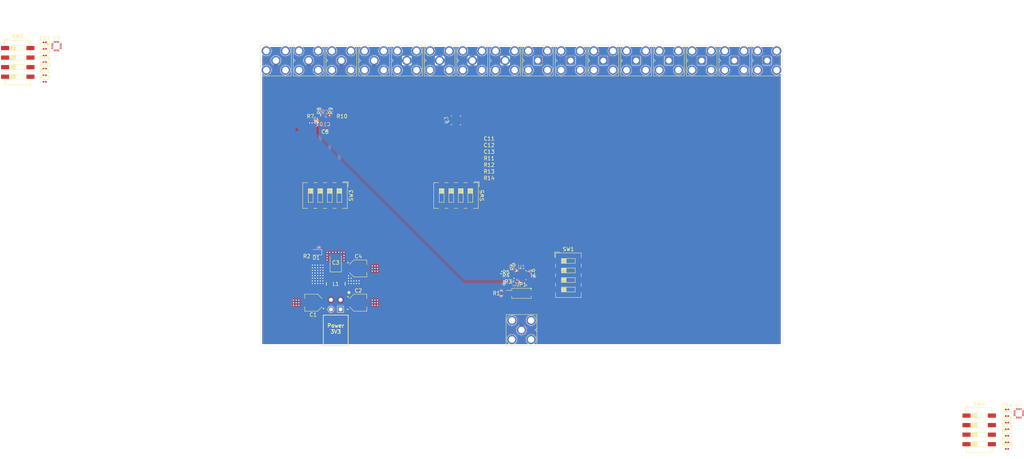
<source format=kicad_pcb>
(kicad_pcb (version 20240108) (generator "pcbnew") (generator_version "8.0")
  (layers (0 "F.Cu" signal) (1 "In1.Cu" signal) (2 "In2.Cu" signal) (31 "B.Cu" signal) (34 "B.Paste" user) (35 "F.Paste" user) (36 "B.SilkS" user "B.Silkscreen") (37 "F.SilkS" user "F.Silkscreen") (38 "B.Mask" user) (39 "F.Mask" user) (44 "Edge.Cuts" user))
  (net 0 "")
  (net 1 "GND")
  (net 2 "+3.3V")
  (net 3 "+3.3V_Filtered")
  (net 4 "Net-(D1-A)")
  (net 5 "/Input_Buffer/ClK_IN")
  (net 6 "/Output_Group_D/ClK_Out1")
  (net 7 "/Output_Group_D/ClK_Out3")
  (net 8 "/Output_Group_D/ClK_Out2")
  (net 9 "/Output_Group_D/ClK_Out4")
  (net 10 "/Output_Group_A/ClK_Out1")
  (net 11 "/Output_Group_A/ClK_Out3")
  (net 12 "/Output_Group_A/ClK_Out2")
  (net 13 "/Output_Group_A/ClK_Out4")
  (net 14 "/Output_Group_C/ClK_Out1")
  (net 15 "/Output_Group_C/ClK_Out3")
  (net 16 "/Output_Group_C/ClK_Out2")
  (net 17 "/Output_Group_C/ClK_Out4")
  (net 18 "/Output_Group_B/ClK_Out1")
  (net 19 "/Output_Group_B/ClK_Out3")
  (net 20 "/Output_Group_B/ClK_Out2")
  (net 21 "/Output_Group_B/ClK_Out4")
  (net 22 "Net-(JP1-A)")
  (net 23 "/Input_Clock_Group_A")
  (net 24 "Net-(U1-CLK_OUT1)")
  (net 25 "Net-(U1-CLK_OUT2)")
  (net 26 "/Input_Clock_Group_B")
  (net 27 "/Input_Clock_Group_C")
  (net 28 "Net-(U1-CLK_OUT3)")
  (net 29 "Net-(U1-CLK_OUT4)")
  (net 30 "/Input_Clock_Group_D")
  (net 31 "Net-(U2-CLK_OUT1)")
  (net 32 "Net-(U2-CLK_OUT2)")
  (net 33 "Net-(U2-CLK_OUT3)")
  (net 34 "Net-(U2-CLK_OUT4)")
  (net 35 "Net-(U3-CLK_OUT1)")
  (net 36 "Net-(U3-CLK_OUT2)")
  (net 37 "Net-(U3-CLK_OUT3)")
  (net 38 "Net-(U3-CLK_OUT4)")
  (net 39 "Net-(U4-CLK_OUT1)")
  (net 40 "Net-(U4-CLK_OUT2)")
  (net 41 "Net-(U4-CLK_OUT3)")
  (net 42 "Net-(U4-CLK_OUT4)")
  (net 43 "Net-(U5-CLK_OUT1)")
  (net 44 "Net-(U5-CLK_OUT2)")
  (net 45 "Net-(U5-CLK_OUT3)")
  (net 46 "Net-(U5-CLK_OUT4)")
  (net 47 "/EN_Group_B")
  (net 48 "/EN_Group_D")
  (net 49 "/EN_Group_A")
  (net 50 "/EN_Group_C")
  (net 51 "/EN_D_4")
  (net 52 "/EN_D_3")
  (net 53 "/EN_D_2")
  (net 54 "/EN_D_1")
  (net 55 "/EN_A_2")
  (net 56 "/EN_A_1")
  (net 57 "/EN_A_4")
  (net 58 "/EN_A_3")
  (net 59 "/EN_C_1")
  (net 60 "/EN_C_4")
  (net 61 "/EN_C_2")
  (net 62 "/EN_C_3")
  (net 63 "/EN_B_1")
  (net 64 "/EN_B_2")
  (net 65 "/EN_B_4")
  (net 66 "/EN_B_3")
  (net 67 "/Input_Buffer/Signaling")
  (net 68 "/Output_Group_A/Signaling")
  (net 69 "/Output_Group_B/Signaling")
  (net 70 "/Output_Group_C/Signaling")
  (net 71 "/Output_Group_D/Signaling")
  (footprint "Capacitor_SMD:C_0201_0603Metric" (layer "F.Cu") (at 240.035 123.54)
    (property "Reference" "C15")
    (property "Value" "10nF")
  )
  (footprint "Resistor_SMD:R_0201_0603Metric" (layer "F.Cu") (at 56.625 43.84 180)
    (property "Reference" "R7")
    (property "Value" "33" (hide yes))
  )
  (footprint "Resistor_SMD:R_0201_0603Metric" (layer "F.Cu") (at 108.6 85.33 180)
    (property "Reference" "R5")
    (property "Value" "33" (hide yes))
  )
  (footprint "Clock_Buffers:5PB1214CMGK8" (layer "F.Cu") (at -12.475 25.175)
    (property "Reference" "U5")
    (property "Value" "5PB1214CMGK8" (hide yes))
  )
  (footprint "Capacitor_SMD:C_0201_0603Metric" (layer "F.Cu") (at -15.6 24.15)
    (property "Reference" "C17")
    (property "Value" "10nF")
  )
  (footprint "Button_Switch_SMD:SW_DIP_SPSTx04_Slide_6.7x11.72mm_W6.73mm_P2.54mm_LowProfile_JPin" (layer "F.Cu") (at 123.5 86.1)
    (property "Reference" "SW1")
    (property "Value" "SW_DIP_x04")
  )
  (footprint "Resistor_SMD:R_0201_0603Metric" (layer "F.Cu") (at 109.23 87.78 180)
    (property "Reference" "R3")
    (property "Value" "33" (hide yes))
  )
  (footprint "Resistor_SMD:R_0201_0603Metric" (layer "F.Cu") (at 102.45 57.82)
    (property "Reference" "R12")
    (property "Value" "33")
  )
  (footprint "Capacitor_SMD:C_0201_0603Metric" (layer "F.Cu") (at 113.07 86.1 -90)
    (property "Reference" "C6")
    (property "Value" "10nF" (hide yes))
  )
  (footprint "Capacitor_SMD:C_0201_0603Metric" (layer "F.Cu") (at 102.45 50.82)
    (property "Reference" "C11")
    (property "Value" "10nF")
  )
  (footprint "Connector_Coaxial:SMA_Amphenol_901-143_Horizontal" (layer "F.Cu") (at 176.3 29)
    (property "Reference" "J5" (hide yes))
    (property "Value" "Output_D_4")
  )
  (footprint "Capacitor_SMD:C_0201_0603Metric" (layer "F.Cu") (at 102.45 52.57)
    (property "Reference" "C12")
    (property "Value" "10nF")
  )
  (footprint "Resistor_SMD:R_0201_0603Metric" (layer "F.Cu") (at 102.45 61.32)
    (property "Reference" "R14")
    (property "Value" "33")
  )
  (footprint "Button_Switch_SMD:SW_DIP_SPSTx04_Slide_6.7x11.72mm_W6.73mm_P2.54mm_LowProfile_JPin" (layer "F.Cu") (at 58.85 64.9 -90)
    (property "Reference" "SW3")
    (property "Value" "SW_DIP_x04")
  )
  (footprint "Connector_Coaxial:SMA_Amphenol_901-143_Horizontal" (layer "F.Cu") (at 167.6 29)
    (property "Reference" "J3" (hide yes))
    (property "Value" "Output_D_3")
  )
  (footprint "Button_Switch_SMD:SW_DIP_SPSTx04_Slide_6.7x11.72mm_W6.73mm_P2.54mm_LowProfile_JPin" (layer "F.Cu") (at 93.65 64.9 -90)
    (property "Reference" "SW5")
    (property "Value" "SW_DIP_x04")
  )
  (footprint "Connector_Coaxial:SMA_Amphenol_901-143_Horizontal" (layer "F.Cu") (at 45.8 29)
    (property "Reference" "J6" (hide yes))
    (property "Value" "Output_A_1")
  )
  (footprint "Capacitor_SMD:C_0201_0603Metric" (layer "F.Cu") (at -15.6 27.65)
    (property "Reference" "C19")
    (property "Value" "10nF")
  )
  (footprint "Connector_Coaxial:SMA_Amphenol_901-143_Horizontal" (layer "F.Cu") (at 63.2 29)
    (property "Reference" "J7" (hide yes))
    (property "Value" "Output_A_3")
  )
  (footprint "Capacitor_SMD:CP_Elec_4x5.4" (layer "F.Cu") (at 55.7 93.4 180)
    (property "Reference" "C1")
    (property "Value" "2.2 uF" (hide yes))
  )
  (footprint "Resistor_SMD:R_0201_0603Metric" (layer "F.Cu") (at 240.035 127.04)
    (property "Reference" "R15")
    (property "Value" "33")
  )
  (footprint "Button_Switch_SMD:SW_DIP_SPSTx04_Slide_6.7x11.72mm_W6.73mm_P2.54mm_LowProfile_JPin" (layer "F.Cu") (at -22.765 29.49)
    (property "Reference" "SW2")
    (property "Value" "SW_DIP_x04")
  )
  (footprint "Capacitor_SMD:C_0201_0603Metric" (layer "F.Cu") (at 240.035 121.79)
    (property "Reference" "C14")
    (property "Value" "10nF")
  )
  (footprint "Connector_Coaxial:SMA_Amphenol_901-143_Horizontal" (layer "F.Cu") (at 158.9 29)
    (property "Reference" "J4" (hide yes))
    (property "Value" "Output_D_2")
  )
  (footprint "Resistor_SMD:R_0201_0603Metric" (layer "F.Cu") (at 240.035 132.29)
    (property "Reference" "R18")
    (property "Value" "33")
  )
  (footprint "Resistor_SMD:R_0201_0603Metric" (layer "F.Cu") (at 61.23 43.84)
    (property "Reference" "R10")
    (property "Value" "33" (hide yes))
  )
  (footprint "Connector_Coaxial:SMA_Amphenol_901-143_Horizontal" (layer "F.Cu") (at 98 29)
    (property "Reference" "J15" (hide yes))
    (property "Value" "Output_B_3")
  )
  (footprint "Connector_PinHeader_2.54mm:PinHeader_2x01_P2.54mm_Vertical_SMD" (layer "F.Cu") (at 111.05 90.9)
    (property "Reference" "JP1")
    (property "Value" "w/o_termination" (hide yes))
  )
  (footprint "Connector_Coaxial:SMA_Amphenol_901-143_Horizontal" (layer "F.Cu") (at 54.5 29)
    (property "Reference" "J8" (hide yes))
    (property "Value" "Output_A_2")
  )
  (footprint "Resistor_SMD:R_0201_0603Metric" (layer "F.Cu") (at -15.6 29.4)
    (property "Reference" "R19")
    (property "Value" "33")
  )
  (footprint "Connector_Coaxial:SMA_Amphenol_901-143_Horizontal" (layer "F.Cu") (at 150.2 29)
    (property "Reference" "J2" (hide yes))
    (property "Value" "Output_D_1")
  )
  (footprint "Connector_Coaxial:SMA_Amphenol_901-143_Horizontal" (layer "F.Cu") (at 89.3 29)
    (property "Reference" "J17" (hide yes))
    (property "Value" "Output_B_2")
  )
  (footprint "Resistor_SMD:R_0201_0603Metric" (layer "F.Cu") (at 240.035 128.79)
    (property "Reference" "R16")
    (property "Value" "33")
  )
  (footprint "Clock_Buffers:5PB1214CMGK8" (layer "F.Cu") (at 58.85 44.9 90)
    (property "Reference" "U2")
    (property "Value" "5PB1214CMGK8" (hide yes))
  )
  (footprint "Clock_Buffers:5PB1214CMGK8" (layer "F.Cu") (at 111.05 86.1 180)
    (property "Reference" "U1")
    (property "Value" "5PB1214CMGK8" (hide yes))
  )
  (footprint "Resistor_SMD:R_0201_0603Metric" (layer "F.Cu") (at -15.6 32.9)
    (property "Reference" "R21")
    (property "Value" "33")
  )
  (footprint "Resistor_SMD:R_0201_0603Metric" (layer "F.Cu") (at -15.6 34.65)
    (property "Reference" "R22")
    (property "Value" "33")
  )
  (footprint "Capacitor_SMD:C_0201_0603Metric" (layer "F.Cu") (at 102.45 54.32)
    (property "Reference" "C13")
    (property "Value" "10nF")
  )
  (footprint "Capacitor_Tantalum_SMD:CP_EIA-3528-15_AVX-H" (layer "F.Cu") (at 61.7 82.7625 90)
    (property "Reference" "C3")
    (property "Value" "33 uF" (hide yes))
  )
  (footprint "Resistor_SMD:R_0201_0603Metric" (layer "F.Cu") (at 58.37 42.39 90)
    (property "Reference" "R8")
    (property "Value" "33" (hide yes))
  )
  (footprint "Clock_Buffers:SAMTEC_IPL1-102-01-X-D-RA-K" (layer "F.Cu") (at 61.7 93.9 180)
    (property "Reference" "J16" (hide yes))
    (property "Value" "Power Connector" (hide yes))
  )
  (footprint "Resistor_SMD:R_0201_0603Metric" (layer "F.Cu") (at 59.31 42.39 90)
    (property "Reference" "R9")
    (property "Value" "33" (hide yes))
  )
  (footprint "Capacitor_SMD:C_0201_0603Metric" (layer "F.Cu") (at -15.6 25.9)
    (property "Reference" "C18")
    (property "Value" "10nF")
  )
  (footprint "Connector_Coaxial:SMA_Amphenol_901-143_Horizontal" (layer "F.Cu") (at 106.7 29)
    (property "Reference" "J18" (hide yes))
    (property "Value" "Output_B_4")
  )
  (footprint "Connector_Coaxial:SMA_Amphenol_901-143_Horizontal" (layer "F.Cu") (at 132.8 29)
    (property "Reference" "J11" (hide yes))
    (property "Value" "Output_C_3")
  )
  (footprint "Resistor_SMD:R_0201_0603Metric" (layer "F.Cu") (at -15.6 31.15)
    (property "Reference" "R20")
    (property "Value" "33")
  )
  (footprint "Capacitor_SMD:C_0201_0603Metric" (layer "F.Cu") (at 58.85 46.9 180)
    (property "Reference" "C8")
    (property "Value" "10nF" (hide yes))
  )
  (footprint "Connector_Coaxial:SMA_Amphenol_901-143_Horizontal" (layer "F.Cu") (at 141.5 29)
    (property "Reference" "J13" (hide yes))
    (property "Value" "Output_C_4")
  )
  (footprint "Connector_Coaxial:SMA_Amphenol_901-143_Horizontal" (layer "F.Cu") (at 71.9 29)
    (property "Reference" "J9" (hide yes))
    (property "Value" "Output_A_4")
  )
  (footprint "Resistor_SMD:R_0201_0603Metric" (layer "F.Cu") (at 102.45 56.07)
    (property "Reference" "R11")
    (property "Value" "33")
  )
  (footprint "Button_Switch_SMD:SW_DIP_SPSTx04_Slide_6.7x11.72mm_W6.73mm_P2.54mm_LowProfile_JPin" (layer "F.Cu") (at 232.635 127.23)
    (property "Reference" "SW4")
    (property "Value" "SW_DIP_x04")
  )
  (footprint "Capacitor_SMD:CP_Elec_4x5.4" (layer "F.Cu") (at 67.7 84.3)
    (property "Reference" "C4")
    (property "Value" "2.2 uF" (hide yes))
  )
  (footprint "Connector_Coaxial:SMA_Amphenol_901-143_Horizontal" (layer "F.Cu") (at 80.6 29)
    (property "Reference" "J14" (hide yes))
    (property "Value" "Output_B_1")
  )
  (footprint "Resistor_SMD:R_0201_0603Metric" (layer "F.Cu") (at 109.67 83.865 90)
    (property "Reference" "R6")
    (property "Value" "33" (hide yes))
  )
  (footprint "Connector_Coaxial:SMA_Amphenol_901-143_Horizontal" (layer "F.Cu") (at 124.1 29)
    (property "Reference" "J12" (hide yes))
    (property "Value" "Output_C_2")
  )
  (footprint "Clock_Buffers:5PB1214CMGK8" (layer "F.Cu") (at 243.16 122.815)
    (property "Reference" "U4")
    (property "Value" "5PB1214CMGK8" (hide yes))
  )
  (footprint "Clock_Buffers:5PB1214CMGK8" (layer "F.Cu") (at 93.65 44.9 90)
    (property "Reference" "U3")
    (property "Value" "5PB1214CMGK8" (hide yes))
  )
  (footprint "Resistor_SMD:R_0201_0603Metric" (layer "F.Cu") (at 108.605 86.2 180)
    (property "Reference" "R4")
    (property "Value" "33" (hide yes))
  )
  (footprint "Resistor_SMD:R_0201_0603Metric" (layer "F.Cu") (at 105.96 90.9 180)
    (property "Reference" "R1")
    (property "Value" "50")
  )
  (footprint "Capacitor_SMD:CP_Elec_4x5.4" (layer "F.Cu") (at 67.7 93.4)
    (property "Reference" "C2")
    (property "Value" "2.2 uF" (hide yes))
  )
  (footprint "Resistor_SMD:R_0201_0603Metric" (layer "F.Cu") (at 240.035 130.54)
    (property "Reference" "R17")
    (property "Value" "33")
  )
  (footprint "LED_SMD:LED_0603_1608Metric" (layer "F.Cu") (at 56.5 80 180)
    (property "Reference" "D1")
    (property "Value" "Power_LED" (hide yes))
  )
  (footprint "Resistor_SMD:R_0201_0603Metric" (layer "F.Cu") (at 102.45 59.57)
    (property "Reference" "R13")
    (property "Value" "33")
  )
  (footprint "Clock_Buffers:WE-TPC_4828" (layer "F.Cu") (at 61.7 88.4 180)
    (property "Reference" "L1")
    (property "Value" "1.8 uH" (hide yes))
  )
  (footprint "Connector_Coaxial:SMA_Amphenol_901-143_Horizontal" (layer "F.Cu") (at 111.05 100.65 180)
    (property "Reference" "J1" (hide yes))
    (property "Value" "Input_clock" (hide yes))
  )
  (footprint "Capacitor_SMD:C_0201_0603Metric" (layer "F.Cu") (at 240.035 125.29)
    (property "Reference" "C16")
    (property "Value" "10nF")
  )
  (footprint "Resistor_SMD:R_0201_0603Metric" (layer "F.Cu") (at 54 80 180)
    (property "Reference" "R2")
    (property "Value" "680" (hide yes))
  )
  (footprint "Connector_Coaxial:SMA_Amphenol_901-143_Horizontal" (layer "F.Cu") (at 115.4 29)
    (property "Reference" "J10" (hide yes))
    (property "Value" "Output_C_1")
  )
  (footprint "Capacitor_SMD:C_0201_0603Metric" (layer "B.Cu") (at 58.85 43.76 180)
    (property "Reference" "C9")
    (property "Value" "10nF" (hide yes))
  )
  (footprint "Capacitor_SMD:C_0201_0603Metric" (layer "B.Cu") (at 109.56 84.42 45)
    (property "Reference" "C7")
    (property "Value" "10nF" (hide yes))
  )
  (footprint "Capacitor_SMD:C_0201_0603Metric" (layer "B.Cu") (at 58.85 44.9)
    (property "Reference" "C10")
    (property "Value" "10nF" (hide yes))
  )
  (footprint "Capacitor_SMD:C_0201_0603Metric" (layer "B.Cu") (at 109.65 87.51 135)
    (property "Reference" "C5")
    (property "Value" "10nF" (hide yes))
  )
  (gr_line (start 59.82 43.95) (end 60.11 43.87) (stroke (width 0.2)) (layer "F.Cu") (net 1))
  (gr_rect (start 59.04 46.8) (end 59.3 47.67) (stroke (width 0.2)) (fill solid) (layer "F.Cu") (net 1))
  (gr_circle (center 60.02 43.59) (end 60.310689 43.59) (stroke (width 0.2)) (fill solid) (layer "F.Cu") (net 1))
  (gr_circle (center 59.17 47.54) (end 59.478058 47.54) (stroke (width 0.2)) (fill solid) (layer "F.Cu") (net 1))
  (gr_line (start 59.45 43.6) (end 59.87 43.34) (stroke (width 0.2)) (layer "F.Cu") (net 1))
  (gr_rect (start 59.45 43.6) (end 59.82 43.95) (stroke (width 0.2)) (fill solid) (layer "F.Cu") (net 1))
  (gr_rect (start 41.7 24.9) (end 180.4 104.9) (stroke (width 0.05)) (fill none) (layer "Edge.Cuts"))
  (gr_text "Power\n3V3" (at 61.7 101.7 0) (layer "F.SilkS") (effects (font (size 1 1) (thickness 0.2) (bold yes)) (justify bottom)))
  (segment (start 59.17 47.54) (end 59.17 46.9) (width 0.2) (layer "F.Cu") (net 1))
  (segment (start 110.565987 87.899682) (end 110.565987 87.874013) (width 0.2) (layer "F.Cu") (net 1))
  (segment (start 109.71 85) (end 109.925 85.215) (width 0.2) (layer "F.Cu") (net 1))
  (segment (start 113.07 85.78) (end 113.07 85.19) (width 0.4) (layer "F.Cu") (net 1))
  (segment (start 110.565987 87.874013) (end 110.85 87.59) (width 0.2) (layer "F.Cu") (net 1))
  (segment (start 110.85 87.59) (end 110.85 87.225) (width 0.2) (layer "F.Cu") (net 1))
  (segment (start 105.64 90.9) (end 105.64 90.26) (width 0.45) (layer "F.Cu") (net 1))
  (segment (start 105.64 90.9) (end 105.64 91.53) (width 0.45) (layer "F.Cu") (net 1))
  (segment (start 112.6 85.9) (end 112.72 85.78) (width 0.2) (layer "F.Cu") (net 1))
  (segment (start 112.175 85.9) (end 112.6 85.9) (width 0.2) (layer "F.Cu") (net 1))
  (segment (start 109.925 85.215) (end 109.925 85.5) (width 0.2) (layer "F.Cu") (net 1))
  (segment (start 112.72 85.78) (end 113.07 85.78) (width 0.2) (layer "F.Cu") (net 1))
  (segment (start 59.05 46.78) (end 59.17 46.9) (width 0.2) (layer "F.Cu") (net 1))
  (segment (start 57.2875 78.8125) (end 57.2875 80) (width 0.6) (layer "F.Cu") (net 1))
  (segment (start 59.05 46.025) (end 59.05 46.78) (width 0.2) (layer "F.Cu") (net 1))
  (via (at 62.5 80) (size 0.6) (drill 0.3) (layers "F.Cu" "B.Cu") (net 1))
  (via (at 109.71 85) (size 0.5) (drill 0.3) (layers "F.Cu" "B.Cu") (net 1))
  (via (at 63.2 80) (size 0.6) (drill 0.3) (layers "F.Cu" "B.Cu") (net 1))
  (via (at 72.8 84.3) (size 0.6) (drill 0.3) (layers "F.Cu" "B.Cu") (net 1))
  (via (at 60.02 43.59) (size 0.5) (drill 0.3) (layers "F.Cu" "B.Cu") (net 1))
  (via (at 106.407563 88.429884) (size 0.5) (drill 0.3) (layers "F.Cu" "B.Cu") (net 1))
  (via (at 110.565987 87.899682) (size 0.5) (drill 0.3) (layers "F.Cu" "B.Cu") (net 1))
  (via (at 105.799552 85.081387) (size 0.5) (drill 0.3) (layers "F.Cu" "B.Cu") (net 1))
  (via (at 51.9 92.7) (size 0.6) (drill 0.3) (layers "F.Cu" "B.Cu") (net 1))
  (via (at 105.64 90.26) (size 0.5) (drill 0.3) (layers "F.Cu" "B.Cu") (net 1))
  (via (at 72.1 93.4) (size 0.6) (drill 0.3) (layers "F.Cu" "B.Cu") (net 1))
  (via (at 71.4 92.7) (size 0.6) (drill 0.3) (layers "F.Cu" "B.Cu") (net 1))
  (via (at 72.1 83.6) (size 0.6) (drill 0.3) (layers "F.Cu" "B.Cu") (net 1))
  (via (at 59.4 80.7) (size 0.6) (drill 0.3) (layers "F.Cu" "B.Cu") (net 1))
  (via (at 59.17 47.54) (size 0.5) (drill 0.3) (layers "F.Cu" "B.Cu") (net 1))
  (via (at 51.2 94.1) (size 0.6) (drill 0.3) (layers "F.Cu" "B.Cu") (net 1))
  (via (at 63.9 81.5) (size 0.6) (drill 0.3) (layers "F.Cu" "B.Cu") (net 1))
  (via (at 72.8 94.1) (size 0.6) (drill 0.3) (layers "F.Cu" "B.Cu") (net 1))
  (via (at 72.8 85) (size 0.6) (drill 0.3) (layers "F.Cu" "B.Cu") (net 1))
  (via (at 51.2 93.4) (size 0.6) (drill 0.3) (layers "F.Cu" "B.Cu") (net 1))
  (via (at 57.2875 78.8125) (size 0.6) (drill 0.3) (layers "F.Cu" "B.Cu") (net 1))
  (via (at 51.9 93.4) (size 0.6) (drill 0.3) (layers "F.Cu" "B.Cu") (net 1))
  (via (at 51.9 94.1) (size 0.6) (drill 0.3) (layers "F.Cu" "B.Cu") (net 1))
  (via (at 71.4 94.1) (size 0.6) (drill 0.3) (layers "F.Cu" "B.Cu") (net 1))
  (via (at 50.5 93.4) (size 0.6) (drill 0.3) (layers "F.Cu" "B.Cu") (net 1))
  (via (at 59.4 80) (size 0.6) (drill 0.3) (layers "F.Cu" "B.Cu") (net 1))
  (via (at 60.1 80) (size 0.6) (drill 0.3) (layers "F.Cu" "B.Cu") (net 1))
  (via (at 63.9 80) (size 0.6) (drill 0.3) (layers "F.Cu" "B.Cu") (net 1))
  (via (at 72.1 85) (size 0.6) (drill 0.3) (layers "F.Cu" "B.Cu") (net 1))
  (via (at 59.4 81.4) (size 0.6) (drill 0.3) (layers "F.Cu" "B.Cu") (net 1))
  (via (at 72.1 94.1) (size 0.6) (drill 0.3) (layers "F.Cu" "B.Cu") (net 1))
  (via (at 72.8 92.7) (size 0.6) (drill 0.3) (layers "F.Cu" "B.Cu") (net 1))
  (via (at 63.9 82.2) (size 0.6) (drill 0.3) (layers "F.Cu" "B.Cu") (net 1))
  (via (at 72.8 83.6) (size 0.6) (drill 0.3) (layers "F.Cu" "B.Cu") (net 1))
  (via (at 59.4 82.1) (size 0.6) (drill 0.3) (layers "F.Cu" "B.Cu") (net 1))
  (via (at 60.9 80) (size 0.6) (drill 0.3) (layers "F.Cu" "B.Cu") (net 1))
  (via (at 63.9 80.8) (size 0.6) (drill 0.3) (layers "F.Cu" "B.Cu") (net 1))
  (via (at 72.1 84.3) (size 0.6) (drill 0.3) (layers "F.Cu" "B.Cu") (net 1))
  (via (at 71.4 93.4) (size 0.6) (drill 0.3) (layers "F.Cu" "B.Cu") (net 1))
  (via (at 72.1 92.7) (size 0.6) (drill 0.3) (layers "F.Cu" "B.Cu") (net 1))
  (via (at 61.7 80) (size 0.6) (drill 0.3) (layers "F.Cu" "B.Cu") (net 1))
  (via (at 50.5 94.1) (size 0.6) (drill 0.3) (layers "F.Cu" "B.Cu") (net 1))
  (via (at 71.4 84.3) (size 0.6) (drill 0.3) (layers "F.Cu" "B.Cu") (net 1))
  (via (at 72.8 93.4) (size 0.6) (drill 0.3) (layers "F.Cu" "B.Cu") (net 1))
  (via (at 105.64 91.53) (size 0.5) (drill 0.3) (layers "F.Cu" "B.Cu") (net 1))
  (via (at 50.5 92.7) (size 0.6) (drill 0.3) (layers "F.Cu" "B.Cu") (net 1))
  (via (at 54.769359 45.578602) (size 0.5) (drill 0.3) (layers "F.Cu" "B.Cu") (net 1))
  (via (at 113.07 85.19) (size 0.5) (drill 0.3) (layers "F.Cu" "B.Cu") (net 1))
  (via (at 71.4 83.6) (size 0.6) (drill 0.3) (layers "F.Cu" "B.Cu") (net 1))
  (via (at 51.2 92.7) (size 0.6) (drill 0.3) (layers "F.Cu" "B.Cu") (net 1))
  (via (at 71.4 85) (size 0.6) (drill 0.3) (layers "F.Cu" "B.Cu") (net 1))
  (via (at 91.153817 45.380879) (size 0.5) (drill 0.3) (layers "F.Cu" "B.Cu") (net 1))
  (via (at 114.47 86.42) (size 0.5) (drill 0.3) (layers "F.Cu" "B.Cu") (net 1))
  (segment (start 110.565987 87.899682) (end 110.039682 87.899682) (width 0.2) (layer "B.Cu") (net 1))
  (segment (start 59.17 43.76) (end 59.85 43.76) (width 0.245) (layer "B.Cu") (net 1))
  (segment (start 59.85 43.76) (end 60.02 43.59) (width 0.245) (layer "B.Cu") (net 1))
  (segment (start 109.356274 84.646274) (end 109.333726 84.646274) (width 0.2) (layer "B.Cu") (net 1))
  (segment (start 110.039682 87.899682) (end 109.876274 87.736274) (width 0.2) (layer "B.Cu") (net 1))
  (segment (start 109.71 85) (end 109.356274 84.646274) (width 0.2) (layer "B.Cu") (net 1))
  (segment (start 58.65 46.78) (end 58.53 46.9) (width 0.2) (layer "F.Cu") (net 3))
  (segment (start 112.63 86.3) (end 112.75 86.42) (width 0.2) (layer "F.Cu") (net 3))
  (segment (start 112.75 86.42) (end 113.07 86.42) (width 0.2) (layer "F.Cu") (net 3))
  (segment (start 112.175 86.3) (end 112.63 86.3) (width 0.2) (layer "F.Cu") (net 3))
  (segment (start 109.04 86.93) (end 109.27 86.7) (width 0.2) (layer "F.Cu") (net 3))
  (segment (start 110.85 84.26) (end 110.85 84.975) (width 0.2) (layer "F.Cu") (net 3))
  (segment (start 58.65 46.025) (end 58.65 46.78) (width 0.2) (layer "F.Cu") (net 3))
  (segment (start 113.07 86.42) (end 113.72 86.42) (width 0.4) (layer "F.Cu") (net 3))
  (segment (start 109.27 86.7) (end 109.925 86.7) (width 0.2) (layer "F.Cu") (net 3))
  (via (at 58.3 84.1) (size 0.6) (drill 0.3) (layers "F.Cu" "B.Cu") (net 3))
  (via (at 56.2 84.8) (size 0.6) (drill 0.3) (layers "F.Cu" "B.Cu") (net 3))
  (via (at 67.9 87.6) (size 0.6) (drill 0.3) (layers "F.Cu" "B.Cu") (net 3))
  (via (at 56.9 85.5) (size 0.6) (drill 0.3) (layers "F.Cu" "B.Cu") (net 3))
  (via (at 55.5 86.2) (size 0.6) (drill 0.3) (layers "F.Cu" "B.Cu") (net 3))
  (via (at 109.04 86.93) (size 0.5) (drill 0.3) (layers "F.Cu" "B.Cu") (net 3))
  (via (at 57.71 43.39) (size 0.5) (drill 0.3) (layers "F.Cu" "B.Cu") (net 3))
  (via (at 58.3 86.2) (size 0.6) (drill 0.3) (layers "F.Cu" "B.Cu") (net 3))
  (via (at 56.2 85.5) (size 0.6) (drill 0.3) (layers "F.Cu" "B.Cu") (net 3))
  (via (at 113.72 86.42) (size 0.5) (drill 0.3) (layers "F.Cu" "B.Cu") (net 3))
  (via (at 56.9 86.2) (size 0.6) (drill 0.3) (layers "F.Cu" "B.Cu") (net 3))
  (via (at 57.6 86.9) (size 0.6) (drill 0.3) (layers "F.Cu" "B.Cu") (net 3))
  (via (at 58.3 83.4) (size 0.6) (drill 0.3) (layers "F.Cu" "B.Cu") (net 3))
  (via (at 57.6 84.8) (size 0.6) (drill 0.3) (layers "F.Cu" "B.Cu") (net 3))
  (via (at 58.3 88.3) (size 0.6) (drill 0.3) (layers "F.Cu" "B.Cu") (net 3))
  (via (at 66.5 87.6) (size 0.6) (drill 0.3) (layers "F.Cu" "B.Cu") (net 3))
  (via (at 58.3 85.5) (size 0.6) (drill 0.3) (layers "F.Cu" "B.Cu") (net 3))
  (via (at 65.1 86.2) (size 0.6) (drill 0.3) (layers "F.Cu" "B.Cu") (net 3))
  (via (at 58.3 86.9) (size 0.6) (drill 0.3) (layers "F.Cu" "B.Cu") (net 3))
  (via (at 112.4 88.69) (size 0.5) (drill 0.3) (layers "F.Cu" "B.Cu") (net 3))
  (via (at 56.9 87.6) (size 0.6) (drill 0.3) (layers "F.Cu" "B.Cu") (net 3))
  (via (at 57.6 87.6) (size 0.6) (drill 0.3) (layers "F.Cu" "B.Cu") (net 3))
  (via (at 65.8 87.6) (size 0.6) (drill 0.3) (layers "F.Cu" "B.Cu") (net 3))
  (via (at 67.9 88.3) (size 0.6) (drill 0.3) (layers "F.Cu" "B.Cu") (net 3))
  (via (at 57.6 85.5) (size 0.6) (drill 0.3) (layers "F.Cu" "B.Cu") (net 3))
  (via (at 56.9 86.9) (size 0.6) (drill 0.3) (layers "F.Cu" "B.Cu") (net 3))
  (via (at 55.5 83.4) (size 0.6) (drill 0.3) (layers "F.Cu" "B.Cu") (net 3))
  (via (at 56.2 86.9) (size 0.6) (drill 0.3) (layers "F.Cu" "B.Cu") (net 3))
  (via (at 110.85 84.26) (size 0.5) (drill 0.3) (layers "F.Cu" "B.Cu") (net 3))
  (via (at 58.3 87.6) (size 0.6) (drill 0.3) (layers "F.Cu" "B.Cu") (net 3))
  (via (at 56.2 86.2) (size 0.6) (drill 0.3) (layers "F.Cu" "B.Cu") (net 3))
  (via (at 56.2 83.4) (size 0.6) (drill 0.3) (layers "F.Cu" "B.Cu") (net 3))
  (via (at 56.9 88.3) (size 0.6) (drill 0.3) (layers "F.Cu" "B.Cu") (net 3))
  (via (at 58.3 84.8) (size 0.6) (drill 0.3) (layers "F.Cu" "B.Cu") (net 3))
  (via (at 55.5 87.6) (size 0.6) (drill 0.3) (layers "F.Cu" "B.Cu") (net 3))
  (via (at 65.1 86.9) (size 0.6) (drill 0.3) (layers "F.Cu" "B.Cu") (net 3))
  (via (at 65.8 86.9) (size 0.6) (drill 0.3) (layers "F.Cu" "B.Cu") (net 3))
  (via (at 55.5 84.1) (size 0.6) (drill 0.3) (layers "F.Cu" "B.Cu") (net 3))
  (via (at 55.5 85.5) (size 0.6) (drill 0.3) (layers "F.Cu" "B.Cu") (net 3))
  (via (at 65.1 88.3) (size 0.6) (drill 0.3) (layers "F.Cu" "B.Cu") (net 3))
  (via (at 67.2 87.6) (size 0.6) (drill 0.3) (layers "F.Cu" "B.Cu") (net 3))
  (via (at 57.6 83.4) (size 0.6) (drill 0.3) (layers "F.Cu" "B.Cu") (net 3))
  (via (at 66.5 88.3) (size 0.6) (drill 0.3) (layers "F.Cu" "B.Cu") (net 3))
  (via (at 56.2 84.1) (size 0.6) (drill 0.3) (layers "F.Cu" "B.Cu") (net 3))
  (via (at 67.2 88.3) (size 0.6) (drill 0.3) (layers "F.Cu" "B.Cu") (net 3))
  (via (at 56.2 88.3) (size 0.6) (drill 0.3) (layers "F.Cu" "B.Cu") (net 3))
  (via (at 56.9 84.8) (size 0.6) (drill 0.3) (layers "F.Cu" "B.Cu") (net 3))
  (via (at 55.5 86.9) (size 0.6) (drill 0.3) (layers "F.Cu" "B.Cu") (net 3))
  (via (at 113.49 89.58) (size 0.5) (drill 0.3) (layers "F.Cu" "B.Cu") (net 3))
  (via (at 55.5 88.3) (size 0.6) (drill 0.3) (layers "F.Cu" "B.Cu") (net 3))
  (via (at 57.6 84.1) (size 0.6) (drill 0.3) (layers "F.Cu" "B.Cu") (net 3))
  (via (at 55.5 84.8) (size 0.6) (drill 0.3) (layers "F.Cu" "B.Cu") (net 3))
  (via (at 65.1 87.6) (size 0.6) (drill 0.3) (layers "F.Cu" "B.Cu") (net 3))
  (via (at 56.2 87.6) (size 0.6) (drill 0.3) (layers "F.Cu" "B.Cu") (net 3))
  (via (at 56.9 84.1) (size 0.6) (drill 0.3) (layers "F.Cu" "B.Cu") (net 3))
  (via (at 65.8 88.3) (size 0.6) (drill 0.3) (layers "F.Cu" "B.Cu") (net 3))
  (via (at 56.9 83.4) (size 0.6) (drill 0.3) (layers "F.Cu" "B.Cu") (net 3))
  (via (at 57.6 88.3) (size 0.6) (drill 0.3) (layers "F.Cu" "B.Cu") (net 3))
  (via (at 57.6 86.2) (size 0.6) (drill 0.3) (layers "F.Cu" "B.Cu") (net 3))
  (segment (start 58.08 43.76) (end 57.71 43.39) (width 0.245) (layer "B.Cu") (net 3))
  (segment (start 110.783726 84.193726) (end 110.85 84.26) (width 0.2) (layer "B.Cu") (net 3))
  (segment (start 109.786274 84.193726) (end 110.783726 84.193726) (width 0.2) (layer "B.Cu") (net 3))
  (segment (start 109.07 86.93) (end 109.423726 87.283726) (width 0.2) (layer "B.Cu") (net 3))
  (segment (start 109.04 86.93) (end 109.07 86.93) (width 0.2) (layer "B.Cu") (net 3))
  (segment (start 58.53 43.76) (end 58.08 43.76) (width 0.245) (layer "B.Cu") (net 3))
  (segment (start 54.32 80) (end 55.7125 80) (width 0.4) (layer "F.Cu") (net 4))
  (segment (start 111.05 94.95) (end 111.05 100.65) (width 0.245) (layer "F.Cu") (net 5))
  (segment (start 111.25 87.7) (end 111.25 87.225) (width 0.2) (layer "F.Cu") (net 5))
  (segment (start 111.25 87.7) (end 111.25 89.67) (width 0.245) (layer "F.Cu") (net 5))
  (segment (start 111.25 89.67) (end 112.48 90.9) (width 0.245) (layer "F.Cu") (net 5))
  (segment (start 113.575 92.425) (end 111.05 94.95) (width 0.245) (layer "F.Cu") (net 5))
  (segment (start 112.48 90.9) (end 113.575 90.9) (width 0.245) (layer "F.Cu") (net 5))
  (segment (start 113.575 90.9) (end 113.575 92.425) (width 0.245) (layer "F.Cu") (net 5))
  (segment (start 49.28781 36.728785) (end 48.917251 37.099341) (width 0.245) (layer "F.Cu") (net 10))
  (segment (start 49.130832 35.943896) (end 49.287809 36.100873) (width 0.245) (layer "F.Cu") (net 10))
  (segment (start 45.8 34.61) (end 47.504454 36.314454) (width 0.245) (layer "F.Cu") (net 10))
  (segment (start 49.074231 37.884231) (end 49.758216 38.568216) (width 0.245) (layer "F.Cu") (net 10))
  (segment (start 48.132364 36.314454) (end 48.502922 35.943897) (width 0.245) (layer "F.Cu") (net 10))
  (segment (start 49.758216 38.568216) (end 55.03 43.84) (width 0.245) (layer "F.Cu") (net 10))
  (segment (start 55.03 43.84) (end 56.305 43.84) (width 0.245) (layer "F.Cu") (net 10))
  (segment (start 48.917252 37.727253) (end 49.074231 37.884231) (width 0.245) (layer "F.Cu") (net 10))
  (segment (start 45.8 29) (end 45.8 34.61) (width 0.245) (layer "F.Cu") (net 10))
  (arc (start 48.917251 37.099341) (mid 48.787208 37.413297) (end 48.917252 37.727253) (width 0.245) (layer "F.Cu") (net 10))
  (arc (start 48.502922 35.943897) (mid 48.816876 35.813852) (end 49.130832 35.943896) (width 0.245) (layer "F.Cu") (net 10))
  (arc (start 47.504454 36.314454) (mid 47.81841 36.444499) (end 48.132364 36.314454) (width 0.245) (layer "F.Cu") (net 10))
  (arc (start 49.287809 36.100873) (mid 49.417853 36.414829) (end 49.28781 36.728785) (width 0.245) (layer "F.Cu") (net 10))
  (segment (start 63.82 35.560207) (end 63.58 35.560207) (width 0.245) (layer "F.Cu") (net 11))
  (segment (start 62.2 35.940207) (end 62.2 36.130207) (width 0.245) (layer "F.Cu") (net 11))
  (segment (start 63.58 34.610207) (end 63.82 34.610207) (width 0.245) (layer "F.Cu") (net 11))
  (segment (start 62.98 38.4) (end 62.088392 39.291608) (width 0.245) (layer "F.Cu") (net 11))
  (segment (start 63.2 29) (end 63.2 34.230207) (width 0.245) (layer "F.Cu") (net 11))
  (segment (start 63.2 37.080207) (end 63.2 38.16) (width 0.245) (layer "F.Cu") (net 11))
  (segment (start 63.58 35.560207) (end 62.58 35.560207) (width 0.245) (layer "F.Cu") (net 11))
  (segment (start 62.58 36.510207) (end 62.82 36.510207) (width 0.245) (layer "F.Cu") (net 11))
  (segment (start 64.2 34.990207) (end 64.2 35.180207) (width 0.245) (layer "F.Cu") (net 11))
  (segment (start 63.2 36.890207) (end 63.2 37.080207) (width 0.245) (layer "F.Cu") (net 11))
  (segment (start 63.2 38.16) (end 62.98 38.38) (width 0.245) (layer "F.Cu") (net 11))
  (segment (start 62.98 38.38) (end 62.98 38.4) (width 0.245) (layer "F.Cu") (net 11))
  (segment (start 62.088392 39.291608) (end 59.31 42.07) (width 0.245) (layer "F.Cu") (net 11))
  (arc (start 63.82 34.610207) (mid 64.088701 34.721506) (end 64.2 34.990207) (width 0.245) (layer "F.Cu") (net 11))
  (arc (start 62.2 36.130207) (mid 62.311299 36.398908) (end 62.58 36.510207) (width 0.245) (layer "F.Cu") (net 11))
  (arc (start 62.82 36.510207) (mid 63.088701 36.621506) (end 63.2 36.890207) (width 0.245) (layer "F.Cu") (net 11))
  (arc (start 64.2 35.180207) (mid 64.088701 35.448908) (end 63.82 35.560207) (width 0.245) (layer "F.Cu") (net 11))
  (arc (start 62.58 35.560207) (mid 62.311299 35.671506) (end 62.2 35.940207) (width 0.245) (layer "F.Cu") (net 11))
  (arc (start 63.2 34.230207) (mid 63.311299 34.498908) (end 63.58 34.610207) (width 0.245) (layer "F.Cu") (net 11))
  (segment (start 53.856 36.036) (end 54.5 36.036) (width 0.245) (layer "F.Cu") (net 12))
  (segment (start 54.5 36.036) (end 54.856 36.036) (width 0.245) (layer "F.Cu") (net 12))
  (segment (start 54.856 36.036) (end 55.144 36.036) (width 0.245) (layer "F.Cu") (net 12))
  (segment (start 55.144 36.926) (end 54.856 36.926) (width 0.245) (layer "F.Cu") (net 12))
  (segment (start 55.5 36.392) (end 55.5 36.57) (width 0.245) (layer "F.Cu") (net 12))
  (segment (start 55.826634 39.526634) (end 58.37 42.07) (width 0.245) (layer "F.Cu") (net 12))
  (segment (start 54.5 29) (end 54.5 33.9) (width 0.245) (layer "F.Cu") (net 12))
  (segment (start 55.5 34.612) (end 55.5 34.79) (width 0.245) (layer "F.Cu") (net 12))
  (segment (start 53.5 35.502) (end 53.5 35.68) (width 0.245) (layer "F.Cu") (net 12))
  (segment (start 54.856 35.146) (end 54.5 35.146) (width 0.245) (layer "F.Cu") (net 12))
  (segment (start 54.5 38.2) (end 55.826634 39.526634) (width 0.245) (layer "F.Cu") (net 12))
  (segment (start 54.5 37.46) (end 54.5 38.2) (width 0.245) (layer "F.Cu") (net 12))
  (segment (start 54.856 34.256) (end 55.144 34.256) (width 0.245) (layer "F.Cu") (net 12))
  (segment (start 54.5 37.282) (end 54.5 37.46) (width 0.245) (layer "F.Cu") (net 12))
  (segment (start 55.144 35.146) (end 54.856 35.146) (width 0.245) (layer "F.Cu") (net 12))
  (segment (start 54.5 35.146) (end 53.856 35.146) (width 0.245) (layer "F.Cu") (net 12))
  (arc (start 55.5 36.57) (mid 55.39573 36.82173) (end 55.144 36.926) (width 0.245) (layer "F.Cu") (net 12))
  (arc (start 55.144 34.256) (mid 55.39573 34.36027) (end 55.5 34.612) (width 0.245) (layer "F.Cu") (net 12))
  (arc (start 54.5 33.9) (mid 54.60427 34.15173) (end 54.856 34.256) (width 0.245) (layer "F.Cu") (net 12))
  (arc (start 54.856 36.926) (mid 54.60427 37.03027) (end 54.5 37.282) (width 0.245) (layer "F.Cu") (net 12))
  (arc (start 53.5 35.68) (mid 53.60427 35.93173) (end 53.856 36.036) (width 0.245) (layer "F.Cu") (net 12))
  (arc (start 55.5 34.79) (mid 55.39573 35.04173) (end 55.144 35.146) (width 0.245) (layer "F.Cu") (net 12))
  (arc (start 53.856 35.146) (mid 53.60427 35.25027) (end 53.5 35.502) (width 0.245) (layer "F.Cu") (net 12))
  (arc (start 55.144 36.036) (mid 55.39573 36.14027) (end 55.5 36.392) (width 0.245) (layer "F.Cu") (net 12))
  (segment (start 71.9 34.96) (end 67.246077 39.613923) (width 0.245) (layer "F.Cu") (net 13))
  (segment (start 63.02 43.84) (end 61.55 43.84) (width 0.245) (layer "F.Cu") (net 13))
  (segment (start 67.527154 41.241333) (end 67.358863 41.409625) (width 0.245) (layer "F.Cu") (net 13))
  (segment (start 66.685697 41.409626) (end 66.40462 41.128549) (width 0.245) (layer "F.Cu") (net 13))
  (segment (start 67.246077 40.287089) (end 67.527155 40.568167) (width 0.245) (layer "F.Cu") (net 13))
  (segment (start 65.731456 41.128548) (end 65.563162 41.296839) (width 0.245) (layer "F.Cu") (net 13))
  (segment (start 65.28 41.58) (end 63.02 43.84) (width 0.245) (layer "F.Cu") (net 13))
  (segment (start 71.9 29) (end 71.9 34.96) (width 0.245) (layer "F.Cu") (net 13))
  (segment (start 65.563162 41.296839) (end 65.28 41.58) (width 0.245) (layer "F.Cu") (net 13))
  (arc (start 67.527155 40.568167) (mid 67.666573 40.904749) (end 67.527154 41.241333) (width 0.245) (layer "F.Cu") (net 13))
  (arc (start 66.40462 41.128549) (mid 66.068037 40.989132) (end 65.731456 41.128548) (width 0.245) (layer "F.Cu") (net 13))
  (arc (start 67.246077 39.613923) (mid 67.10666 39.950506) (end 67.246077 40.287089) (width 0.245) (layer "F.Cu") (net 13))
  (arc (start 67.358863 41.409625) (mid 67.02228 41.549043) (end 66.685697 41.409626) (width 0.245) (layer "F.Cu") (net 13))
  (segment (start 106.28 90.9) (end 108.525 90.9) (width 0.245) (layer "F.Cu") (net 22))
  (segment (start 55.940407 45.1) (end 57.3 45.1) (width 0.245) (layer "F.Cu") (net 23))
  (segment (start 57.3 45.1) (end 57.725 45.1) (width 0.2) (layer "F.Cu") (net 23))
  (segment (start 108.91 87.78) (end 106.42 87.78) (width 0.245) (layer "F.Cu") (net 23))
  (segment (start 55.417876 45.622531) (end 55.940407 45.1) (width 0.245) (layer "F.Cu") (net 23))
  (via (at 106.42 87.78) (size 0.5) (drill 0.3) (layers "F.Cu" "B.Cu") (net 23))
  (via (at 55.417876 45.622531) (size 0.5) (drill 0.3) (layers "F.Cu" "B.Cu") (net 23))
  (segment (start 55.417876 47.457876) (end 95.74 87.78) (width 0.245) (layer "B.Cu") (net 23))
  (segment (start 95.74 87.78) (end 106.42 87.78) (width 0.245) (layer "B.Cu") (net 23))
  (segment (start 55.417876 45.622531) (end 55.417876 47.457876) (width 0.245) (layer "B.Cu") (net 23))
  (segment (start 110.105 87.225) (end 109.55 87.78) (width 0.245) (layer "F.Cu") (net 24))
  (segment (start 110.34 87.225) (end 110.105 87.225) (width 0.245) (layer "F.Cu") (net 24))
  (segment (start 110.45 87.225) (end 110.34 87.225) (width 0.2) (layer "F.Cu") (net 24))
  (segment (start 109.025 86.3) (end 108.915 86.19) (width 0.2) (layer "F.Cu") (net 25))
  (segment (start 109.925 86.3) (end 109.025 86.3) (width 0.2) (layer "F.Cu") (net 25))
  (segment (start 91.74 45.1) (end 92.12 45.1) (width 0.245) (layer "F.Cu") (net 26))
  (segment (start 108.285 86.2) (end 106.1 86.2) (width 0.245) (layer "F.Cu") (net 26))
  (segment (start 92.12 45.1) (end 92.525 45.1) (width 0.2) (layer "F.Cu") (net 26))
  (segment (start 106.1 86.2) (end 105.6 85.7) (width 0.245) (layer "F.Cu") (net 26))
  (via (at 105.6 85.7) (size 0.5) (drill 0.3) (layers "F.Cu" "B.Cu") (net 26))
  (via (at 91.74 45.1) (size 0.5) (drill 0.3) (layers "F.Cu" "B.Cu") (net 26))
  (segment (start 91.74 45.1) (end 91.74 71.84) (width 0.245) (layer "B.Cu") (net 26))
  (segment (start 91.74 71.84) (end 105.6 85.7) (width 0.245) (layer "B.Cu") (net 26))
  (segment (start 109.49 85.9) (end 108.92 85.33) (width 0.245) (layer "F.Cu") (net 28))
  (segment (start 109.925 85.9) (end 109.49 85.9) (width 0.2) (layer "F.Cu") (net 28))
  (segment (start 110.035 84.185) (end 109.67 84.185) (width 0.245) (layer "F.Cu") (net 29))
  (segment (start 110.26 84.41) (end 110.035 84.185) (width 0.245) (layer "F.Cu") (net 29))
  (segment (start 110.45 84.975) (end 110.45 84.6) (width 0.2) (layer "F.Cu") (net 29))
  (segment (start 110.45 84.6) (end 110.26 84.41) (width 0.2) (layer "F.Cu") (net 29))
  (segment (start 57.28 44.175) (end 56.945 43.84) (width 0.245) (layer "F.Cu") (net 31))
  (segment (start 57.4 44.3) (end 57.725 44.3) (width 0.2) (layer "F.Cu") (net 31))
  (segment (start 57.28 44.18) (end 57.28 44.175) (width 0.245) (layer "F.Cu") (net 31))
  (segment (start 57.28 44.18) (end 57.4 44.3) (width 0.2) (layer "F.Cu") (net 31))
  (segment (start 58.65 43.775) (end 58.65 43.39) (width 0.2) (layer "F.Cu") (net 32))
  (segment (start 58.54 43.28) (end 58.37 43.11) (width 0.245) (layer "F.Cu") (net 32))
  (segment (start 58.65 43.39) (end 58.54 43.28) (width 0.2) (layer "F.Cu") (net 32))
  (segment (start 58.37 43.11) (end 58.37 42.71) (width 0.245) (layer "F.Cu") (net 32))
  (segment (start 59.15 43.28) (end 59.31 43.12) (width 0.245) (layer "F.Cu") (net 33))
  (segment (start 59.05 43.775) (end 59.05 43.38) (width 0.2) (layer "F.Cu") (net 33))
  (segment (start 59.05 43.38) (end 59.15 43.28) (width 0.2) (layer "F.Cu") (net 33))
  (segment (start 59.31 43.12) (end 59.31 42.71) (width 0.245) (layer "F.Cu") (net 33))
  (segment (start 60.58 44.17) (end 60.45 44.3) (width 0.2) (layer "F.Cu") (net 34))
  (segment (start 60.45 44.3) (end 59.975 44.3) (width 0.2) (layer "F.Cu") (net 34))
  (segment (start 60.58 44.17) (end 60.91 43.84) (width 0.245) (layer "F.Cu") (net 34))
  (segment (start 113.12 87.37) (end 120.135 87.37) (width 0.2) (layer "F.Cu") (net 47))
  (segment (start 112.125 86.7) (end 112.45 86.7) (width 0.2) (layer "F.Cu") (net 47))
  (segment (start 112.45 86.7) (end 113.12 87.37) (width 0.2) (layer "F.Cu") (net 47))
  (segment (start 113.37 82.29) (end 120.135 82.29) (width 0.2) (layer "F.Cu") (net 48))
  (segment (start 111.65 84.01) (end 113.37 82.29) (width 0.2) (layer "F.Cu") (net 48))
  (segment (start 111.65 84.975) (end 111.65 84.01) (width 0.2) (layer "F.Cu") (net 48))
  (segment (start 112.345 87.225) (end 115.03 89.91) (width 0.2) (layer "F.Cu") (net 49))
  (segment (start 115.03 89.91) (end 120.135 89.91) (width 0.2) (layer "F.Cu") (net 49))
  (segment (start 111.65 87.225) (end 112.345 87.225) (width 0.2) (layer "F.Cu") (net 49))
  (segment (start 112.94 84.11) (end 117.35 84.11) (width 0.2) (layer "F.Cu") (net 50))
  (segment (start 117.35 84.11) (end 118.07 84.83) (width 0.2) (layer "F.Cu") (net 50))
  (segment (start 118.07 84.83) (end 120.135 84.83) (width 0.2) (layer "F.Cu") (net 50))
  (segment (start 112.175 85.5) (end 112.175 84.875) (width 0.2) (layer "F.Cu") (net 50))
  (segment (start 112.175 84.875) (end 112.94 84.11) (width 0.2) (layer "F.Cu") (net 50))
  (segment (start 57.58 47.04) (end 57.58 61.535) (width 0.2) (layer "F.Cu") (net 55))
  (segment (start 58.25 45.975) (end 58.25 46.37) (width 0.2) (layer "F.Cu") (net 55))
  (segment (start 58.25 46.37) (end 57.58 47.04) (width 0.2) (layer "F.Cu") (net 55))
  (segment (start 55.04 47.83) (end 55.04 61.535) (width 0.2) (layer "F.Cu") (net 56))
  (segment (start 57.37 45.5) (end 55.04 47.83) (width 0.2) (layer "F.Cu") (net 56))
  (segment (start 57.725 45.5) (end 57.37 45.5) (width 0.2) (layer "F.Cu") (net 56))
  (segment (start 60.48 45.5) (end 62.66 47.68) (width 0.2) (layer "F.Cu") (net 57))
  (segment (start 62.66 47.68) (end 62.66 61.535) (width 0.2) (layer "F.Cu") (net 57))
  (segment (start 59.975 45.5) (end 60.48 45.5) (width 0.2) (layer "F.Cu") (net 57))
  (segment (start 59.45 46.025) (end 59.45 46.4) (width 0.2) (layer "F.Cu") (net 58))
  (segment (start 60.12 47.07) (end 60.12 61.535) (width 0.2) (layer "F.Cu") (net 58))
  (segment (start 59.45 46.4) (end 60.12 47.07) (width 0.2) (layer "F.Cu") (net 58))
  (segment (start 92.525 45.5) (end 92.16 45.5) (width 0.2) (layer "F.Cu") (net 63))
  (segment (start 89.84 47.82) (end 89.84 61.535) (width 0.2) (layer "F.Cu") (net 63))
  (segment (start 92.16 45.5) (end 89.84 47.82) (width 0.2) (layer "F.Cu") (net 63))
  (segment (start 93.05 46.36) (end 92.38 47.03) (width 0.2) (layer "F.Cu") (net 64))
  (segment (start 92.38 47.03) (end 92.38 61.535) (width 0.2) (layer "F.Cu") (net 64))
  (segment (start 93.05 45.975) (end 93.05 46.36) (width 0.2) (layer "F.Cu") (net 64))
  (segment (start 97.46 47.84) (end 97.46 61.535) (width 0.2) (layer "F.Cu") (net 65))
  (segment (start 94.775 45.5) (end 95.12 45.5) (width 0.2) (layer "F.Cu") (net 65))
  (segment (start 95.12 45.5) (end 97.46 47.84) (width 0.2) (layer "F.Cu") (net 65))
  (segment (start 94.25 46.025) (end 94.25 46.41) (width 0.2) (layer "F.Cu") (net 66))
  (segment (start 94.92 47.08) (end 94.92 61.535) (width 0.2) (layer "F.Cu") (net 66))
  (segment (start 94.25 46.41) (end 94.92 47.08) (width 0.2) (layer "F.Cu") (net 66))
  (zone (net 1) (net_name "GND") (layer "F.Cu") (priority 2) (connect_pads yes (clearance 0.25)) (min_thickness 0.25) (fill yes (thermal_gap 0.5) (thermal_bridge_width 0.5))
    (polygon (pts (xy 58.9 79.5625) (xy 64.5 79.5625) (xy 64.5 82.7625) (xy 58.9 82.7625)))
  )
  (zone (net 2) (net_name "+3.3V") (layer "F.Cu") (priority 1) (connect_pads yes (clearance 0.25)) (min_thickness 0.25) (fill yes (thermal_gap 0.5) (thermal_bridge_width 0.5))
    (polygon (pts (xy 55.7 89) (xy 67.7 89) (xy 67.7 94.2) (xy 55.7 94.2)))
  )
  (zone (net 1) (net_name "GND") (layer "F.Cu") (priority 2) (connect_pads yes (clearance 0.25)) (min_thickness 0.25) (fill yes (thermal_gap 0.5) (thermal_bridge_width 0.5))
    (polygon (pts (xy 50.1 91.8) (xy 55.7 91.8) (xy 55.7 95) (xy 50.1 95)))
  )
  (zone (net 1) (net_name "GND") (layer "F.Cu") (priority 2) (connect_pads yes (clearance 0.25)) (min_thickness 0.25) (fill yes (thermal_gap 0.5) (thermal_bridge_width 0.5))
    (polygon (pts (xy 67.7 91.8) (xy 73.3 91.8) (xy 73.3 95) (xy 67.7 95)))
  )
  (zone (net 1) (net_name "GND") (layer "F.Cu") (priority 1) (connect_pads yes (clearance 0.15)) (min_thickness 0.15) (fill yes (thermal_gap 0.5) (thermal_bridge_width 0.5))
    (polygon (pts (xy 109.45 84.97) (xy 109.64 85.66) (xy 110.26 85.66) (xy 110.26 85.39) (xy 110.09 85.25) (xy 109.9 84.81) (xy 109.71 84.73) (xy 109.52 84.79)))
  )
  (zone (net 1) (net_name "GND") (layer "F.Cu") (priority 2) (connect_pads yes (clearance 0.25)) (min_thickness 0.25) (fill yes (thermal_gap 0.5) (thermal_bridge_width 0.5))
    (polygon (pts (xy 67.7 82.7) (xy 73.3 82.7) (xy 73.3 85.9) (xy 67.7 85.9)))
  )
  (zone (net 1) (net_name "GND") (layer "F.Cu") (priority 1) (connect_pads yes (clearance 0.15)) (min_thickness 0.15) (fill yes (thermal_gap 0.5) (thermal_bridge_width 0.5))
    (polygon (pts (xy 111.85 85.7) (xy 111.85 86.05) (xy 113.38 86.05) (xy 113.38 85.08) (xy 113.22 84.93) (xy 112.96 84.93) (xy 112.79 85.08) (xy 112.52 85.7)))
  )
  (zone (net 3) (net_name "+3.3V_Filtered") (layers "F&B.Cu") (connect_pads yes (clearance 0.15)) (min_thickness 0.15) (fill yes (thermal_gap 0.5) (thermal_bridge_width 0.5))
    (polygon (pts (xy 34.7 14.4) (xy 187.7 14.4) (xy 187.7 109.2) (xy 34.7 109.2)))
  )
)
</source>
